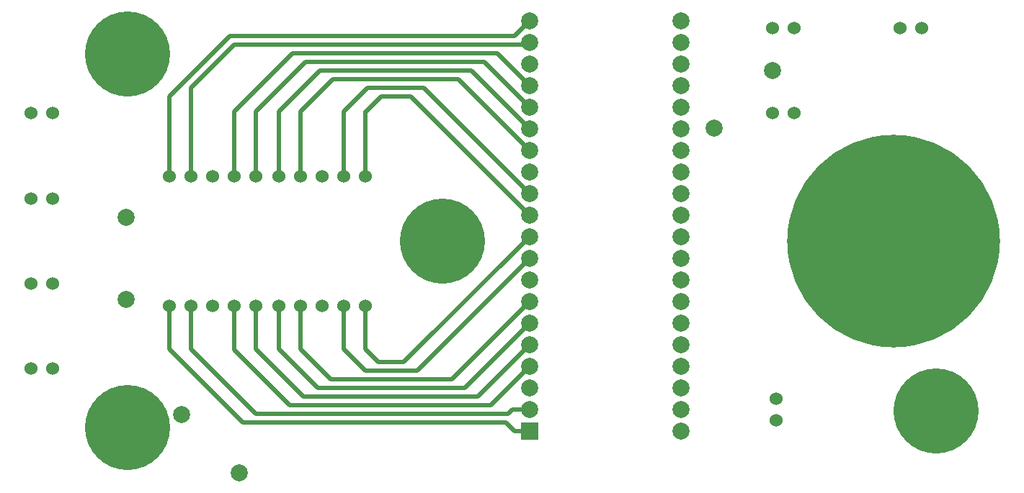
<source format=gtl>
G04 Layer: TopLayer*
G04 EasyEDA v6.5.22, 2023-02-18 16:28:39*
G04 118ec262f11f47d2beab0417d1fdac3e,1e4d668faf9c44eeab1497739a8aa4b2,10*
G04 Gerber Generator version 0.2*
G04 Scale: 100 percent, Rotated: No, Reflected: No *
G04 Dimensions in millimeters *
G04 leading zeros omitted , absolute positions ,4 integer and 5 decimal *
%FSLAX45Y45*%
%MOMM*%

%AMMACRO1*21,1,$1,$2,0,0,$3*%
%ADD10C,0.5000*%
%ADD11MACRO1,2X2X0.0000*%
%ADD12C,2.0000*%
%ADD13C,1.5240*%
%ADD14C,24.9999*%
%ADD15C,10.0000*%

%LPD*%
D10*
X-254000Y-762000D02*
G01*
X-254000Y-1270000D01*
X-508000Y-762000D02*
G01*
X-508000Y-1270000D01*
X254000Y-762000D02*
G01*
X254000Y-1270000D01*
X508000Y-762000D02*
G01*
X508000Y-1270000D01*
X774700Y-762000D02*
G01*
X774700Y-1270000D01*
X1028700Y-762000D02*
G01*
X1028700Y-1270000D01*
X1536700Y-762000D02*
G01*
X1536700Y-1270000D01*
X1790700Y-762000D02*
G01*
X1790700Y-1270000D01*
X-254000Y-1270000D02*
G01*
X508000Y-2032000D01*
X3467100Y-2032000D01*
X3517900Y-1981200D01*
X3721100Y-1981200D01*
X-508000Y-1270000D02*
G01*
X355600Y-2133600D01*
X3441700Y-2133600D01*
X3543300Y-2235200D01*
X3721100Y-2235200D01*
X254000Y-1270000D02*
G01*
X254000Y-1282700D01*
X901700Y-1930400D01*
X3263900Y-1930400D01*
X3721100Y-1473200D01*
X508000Y-1270000D02*
G01*
X1066800Y-1828800D01*
X3111500Y-1828800D01*
X3721100Y-1219200D01*
X774700Y-1270000D02*
G01*
X1231900Y-1727200D01*
X2959100Y-1727200D01*
X3721100Y-965200D01*
X1028700Y-1270000D02*
G01*
X1384300Y-1625600D01*
X2806700Y-1625600D01*
X3721100Y-711200D01*
X1536700Y-1270000D02*
G01*
X1790700Y-1524000D01*
X2400300Y-1524000D01*
X3721100Y-203200D01*
X1790700Y-1270000D02*
G01*
X1944522Y-1423822D01*
X2246477Y-1423822D01*
X3721100Y50800D01*
X-508000Y762000D02*
G01*
X-508000Y1524000D01*
X-254000Y762000D02*
G01*
X-254000Y1524000D01*
X254000Y762000D02*
G01*
X254000Y1524000D01*
X508000Y762000D02*
G01*
X508000Y1524000D01*
X774700Y762000D02*
G01*
X774700Y1524000D01*
X1536700Y762000D02*
G01*
X1536700Y1524000D01*
X1028700Y762000D02*
G01*
X1028700Y1524000D01*
X1790700Y762000D02*
G01*
X1790700Y1524000D01*
X1536700Y1524000D02*
G01*
X1816100Y1803400D01*
X2476500Y1803400D01*
X3721100Y558800D01*
X1028700Y1524000D02*
G01*
X1409700Y1905000D01*
X2882900Y1905000D01*
X3721100Y1066800D01*
X774700Y1524000D02*
G01*
X1257300Y2006600D01*
X3035300Y2006600D01*
X3721100Y1320800D01*
X508000Y1524000D02*
G01*
X1092200Y2108200D01*
X3187700Y2108200D01*
X3721100Y1574800D01*
X254000Y1524000D02*
G01*
X939800Y2209800D01*
X3340100Y2209800D01*
X3721100Y1828800D01*
X-254000Y1507997D02*
G01*
X-254000Y1803400D01*
X254000Y2311400D01*
X3695700Y2311400D01*
X3721100Y2336800D01*
X-508000Y1524000D02*
G01*
X-508000Y1701800D01*
X203200Y2413000D01*
X3543300Y2413000D01*
X3721100Y2590800D01*
X1790700Y1524000D02*
G01*
X1803400Y1524000D01*
X1981200Y1701800D01*
X2324100Y1701800D01*
X3721100Y304800D01*
D11*
G01*
X3721100Y-2235200D03*
D12*
G01*
X3721100Y-1981200D03*
G01*
X3721100Y-1473200D03*
G01*
X3721100Y-1727200D03*
G01*
X3721100Y-711200D03*
G01*
X3721100Y-457200D03*
G01*
X3721100Y-965200D03*
G01*
X3721100Y-1219200D03*
G01*
X3721100Y812800D03*
G01*
X3721100Y1066800D03*
G01*
X3721100Y1574800D03*
G01*
X3721100Y1320800D03*
G01*
X3721100Y304800D03*
G01*
X3721100Y558800D03*
G01*
X3721100Y50800D03*
G01*
X3721100Y-203200D03*
G01*
X3721100Y2336800D03*
G01*
X3721100Y2590800D03*
G01*
X3721100Y2082800D03*
G01*
X3721100Y1828800D03*
G01*
X5499100Y1828800D03*
G01*
X5499100Y2082800D03*
G01*
X5499100Y2590800D03*
G01*
X5499100Y2336800D03*
G01*
X5499100Y-203200D03*
G01*
X5499100Y50800D03*
G01*
X5499100Y558800D03*
G01*
X5499100Y304800D03*
G01*
X5499100Y1320800D03*
G01*
X5499100Y1574800D03*
G01*
X5499100Y1066800D03*
G01*
X5499100Y812800D03*
G01*
X5499100Y-1219200D03*
G01*
X5499100Y-965200D03*
G01*
X5499100Y-457200D03*
G01*
X5499100Y-711200D03*
G01*
X5499100Y-1727200D03*
G01*
X5499100Y-1473200D03*
G01*
X5499100Y-1981200D03*
G01*
X5499100Y-2235200D03*
D13*
G01*
X-2134996Y1499996D03*
G01*
X-1880996Y1499996D03*
G01*
X-2134996Y499998D03*
G01*
X-1880996Y499998D03*
G01*
X-2134996Y-499998D03*
G01*
X-1880996Y-499998D03*
G01*
X-2134996Y-1499996D03*
G01*
X-1880996Y-1499996D03*
G01*
X6834987Y2499995D03*
G01*
X6580987Y2499995D03*
G01*
X6834987Y1499996D03*
G01*
X6580987Y1499996D03*
G01*
X6616700Y-1854200D03*
G01*
X6616700Y-2108200D03*
G01*
X8334984Y2499995D03*
G01*
X8080984Y2499995D03*
D12*
G01*
X6576517Y2004517D03*
G01*
X5894882Y1322882D03*
G01*
X-366217Y-2046782D03*
G01*
X315417Y-2728417D03*
G01*
X-1016000Y278790D03*
G01*
X-1016000Y-685190D03*
D13*
G01*
X-508000Y-762000D03*
G01*
X-254000Y-762000D03*
G01*
X0Y-762000D03*
G01*
X254000Y-762000D03*
G01*
X508000Y-762000D03*
G01*
X508000Y762000D03*
G01*
X254000Y762000D03*
G01*
X0Y762000D03*
G01*
X-254000Y762000D03*
G01*
X-508000Y762000D03*
G01*
X774700Y-762000D03*
G01*
X1028700Y-762000D03*
G01*
X1282700Y-762000D03*
G01*
X1536700Y-762000D03*
G01*
X1790700Y-762000D03*
G01*
X1790700Y762000D03*
G01*
X1536700Y762000D03*
G01*
X1282700Y762000D03*
G01*
X1028700Y762000D03*
G01*
X774700Y762000D03*
D14*
G01*
X8001000Y0D03*
D15*
G01*
X8499983Y-1999995D03*
G01*
X2699994Y0D03*
G01*
X-999997Y2199995D03*
G01*
X-999997Y-2199995D03*
M02*

</source>
